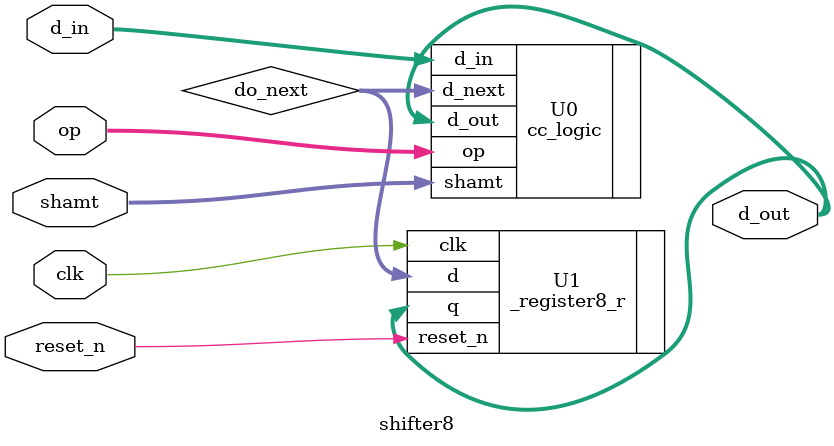
<source format=v>
module shifter8 (clk, reset_n, op, shamt, d_in, d_out);
	
	input				clk, reset_n; 	// input ports
	input [2:0]		op;				// 3bits input port
	input [1:0]		shamt;			//	2bits input port
	input [7:0]		d_in;				// 8bits input port
	output [7:0]	d_out;			//	8bits output port
	
	wire [7:0]		do_next;			// 8bits wire
	
	_register8_r 	U1 (.clk(clk), .reset_n(reset_n), .d(do_next), .q(d_out));						// Instance 8bits register with reset 
	cc_logic 		U0 (.op(op), .shamt(shamt), .d_in(d_in), .d_out(d_out), .d_next(do_next)); // Instance combinational circuit logic
	
	
endmodule // end

</source>
